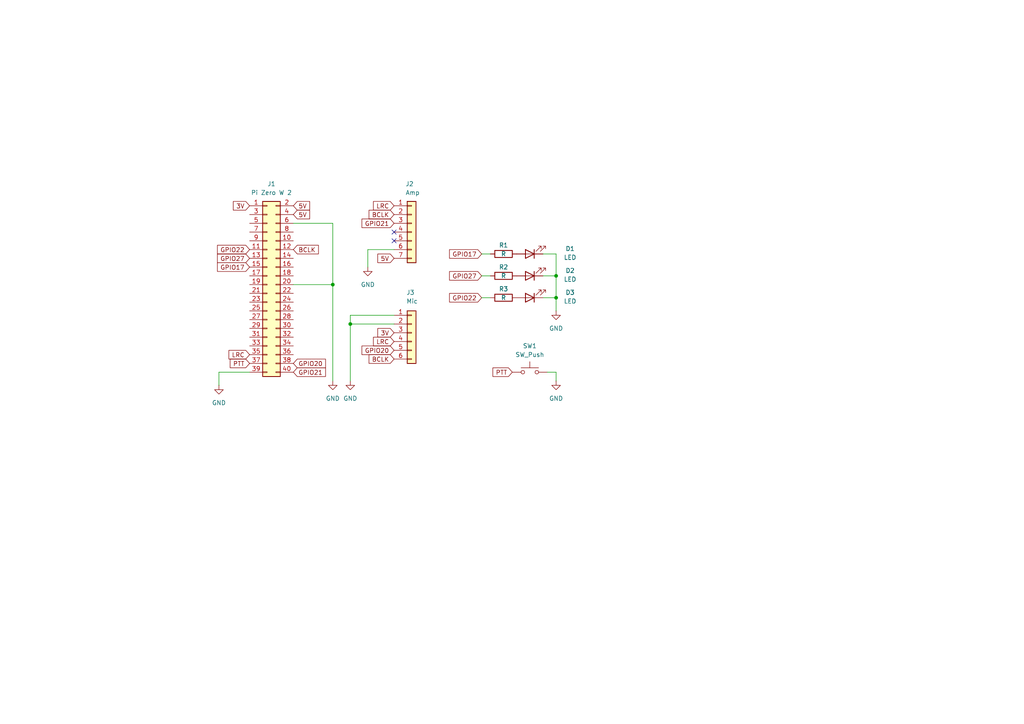
<source format=kicad_sch>
(kicad_sch
	(version 20231120)
	(generator "eeschema")
	(generator_version "8.0")
	(uuid "944ce9d9-90df-419b-9f09-370db4075cf6")
	(paper "A4")
	(lib_symbols
		(symbol "Connector_Generic:Conn_01x06"
			(pin_names
				(offset 1.016) hide)
			(exclude_from_sim no)
			(in_bom yes)
			(on_board yes)
			(property "Reference" "J"
				(at 0 7.62 0)
				(effects
					(font
						(size 1.27 1.27)
					)
				)
			)
			(property "Value" "Conn_01x06"
				(at 0 -10.16 0)
				(effects
					(font
						(size 1.27 1.27)
					)
				)
			)
			(property "Footprint" ""
				(at 0 0 0)
				(effects
					(font
						(size 1.27 1.27)
					)
					(hide yes)
				)
			)
			(property "Datasheet" "~"
				(at 0 0 0)
				(effects
					(font
						(size 1.27 1.27)
					)
					(hide yes)
				)
			)
			(property "Description" "Generic connector, single row, 01x06, script generated (kicad-library-utils/schlib/autogen/connector/)"
				(at 0 0 0)
				(effects
					(font
						(size 1.27 1.27)
					)
					(hide yes)
				)
			)
			(property "ki_keywords" "connector"
				(at 0 0 0)
				(effects
					(font
						(size 1.27 1.27)
					)
					(hide yes)
				)
			)
			(property "ki_fp_filters" "Connector*:*_1x??_*"
				(at 0 0 0)
				(effects
					(font
						(size 1.27 1.27)
					)
					(hide yes)
				)
			)
			(symbol "Conn_01x06_1_1"
				(rectangle
					(start -1.27 -7.493)
					(end 0 -7.747)
					(stroke
						(width 0.1524)
						(type default)
					)
					(fill
						(type none)
					)
				)
				(rectangle
					(start -1.27 -4.953)
					(end 0 -5.207)
					(stroke
						(width 0.1524)
						(type default)
					)
					(fill
						(type none)
					)
				)
				(rectangle
					(start -1.27 -2.413)
					(end 0 -2.667)
					(stroke
						(width 0.1524)
						(type default)
					)
					(fill
						(type none)
					)
				)
				(rectangle
					(start -1.27 0.127)
					(end 0 -0.127)
					(stroke
						(width 0.1524)
						(type default)
					)
					(fill
						(type none)
					)
				)
				(rectangle
					(start -1.27 2.667)
					(end 0 2.413)
					(stroke
						(width 0.1524)
						(type default)
					)
					(fill
						(type none)
					)
				)
				(rectangle
					(start -1.27 5.207)
					(end 0 4.953)
					(stroke
						(width 0.1524)
						(type default)
					)
					(fill
						(type none)
					)
				)
				(rectangle
					(start -1.27 6.35)
					(end 1.27 -8.89)
					(stroke
						(width 0.254)
						(type default)
					)
					(fill
						(type background)
					)
				)
				(pin passive line
					(at -5.08 5.08 0)
					(length 3.81)
					(name "Pin_1"
						(effects
							(font
								(size 1.27 1.27)
							)
						)
					)
					(number "1"
						(effects
							(font
								(size 1.27 1.27)
							)
						)
					)
				)
				(pin passive line
					(at -5.08 2.54 0)
					(length 3.81)
					(name "Pin_2"
						(effects
							(font
								(size 1.27 1.27)
							)
						)
					)
					(number "2"
						(effects
							(font
								(size 1.27 1.27)
							)
						)
					)
				)
				(pin passive line
					(at -5.08 0 0)
					(length 3.81)
					(name "Pin_3"
						(effects
							(font
								(size 1.27 1.27)
							)
						)
					)
					(number "3"
						(effects
							(font
								(size 1.27 1.27)
							)
						)
					)
				)
				(pin passive line
					(at -5.08 -2.54 0)
					(length 3.81)
					(name "Pin_4"
						(effects
							(font
								(size 1.27 1.27)
							)
						)
					)
					(number "4"
						(effects
							(font
								(size 1.27 1.27)
							)
						)
					)
				)
				(pin passive line
					(at -5.08 -5.08 0)
					(length 3.81)
					(name "Pin_5"
						(effects
							(font
								(size 1.27 1.27)
							)
						)
					)
					(number "5"
						(effects
							(font
								(size 1.27 1.27)
							)
						)
					)
				)
				(pin passive line
					(at -5.08 -7.62 0)
					(length 3.81)
					(name "Pin_6"
						(effects
							(font
								(size 1.27 1.27)
							)
						)
					)
					(number "6"
						(effects
							(font
								(size 1.27 1.27)
							)
						)
					)
				)
			)
		)
		(symbol "Connector_Generic:Conn_01x07"
			(pin_names
				(offset 1.016) hide)
			(exclude_from_sim no)
			(in_bom yes)
			(on_board yes)
			(property "Reference" "J"
				(at 0 10.16 0)
				(effects
					(font
						(size 1.27 1.27)
					)
				)
			)
			(property "Value" "Conn_01x07"
				(at 0 -10.16 0)
				(effects
					(font
						(size 1.27 1.27)
					)
				)
			)
			(property "Footprint" ""
				(at 0 0 0)
				(effects
					(font
						(size 1.27 1.27)
					)
					(hide yes)
				)
			)
			(property "Datasheet" "~"
				(at 0 0 0)
				(effects
					(font
						(size 1.27 1.27)
					)
					(hide yes)
				)
			)
			(property "Description" "Generic connector, single row, 01x07, script generated (kicad-library-utils/schlib/autogen/connector/)"
				(at 0 0 0)
				(effects
					(font
						(size 1.27 1.27)
					)
					(hide yes)
				)
			)
			(property "ki_keywords" "connector"
				(at 0 0 0)
				(effects
					(font
						(size 1.27 1.27)
					)
					(hide yes)
				)
			)
			(property "ki_fp_filters" "Connector*:*_1x??_*"
				(at 0 0 0)
				(effects
					(font
						(size 1.27 1.27)
					)
					(hide yes)
				)
			)
			(symbol "Conn_01x07_1_1"
				(rectangle
					(start -1.27 -7.493)
					(end 0 -7.747)
					(stroke
						(width 0.1524)
						(type default)
					)
					(fill
						(type none)
					)
				)
				(rectangle
					(start -1.27 -4.953)
					(end 0 -5.207)
					(stroke
						(width 0.1524)
						(type default)
					)
					(fill
						(type none)
					)
				)
				(rectangle
					(start -1.27 -2.413)
					(end 0 -2.667)
					(stroke
						(width 0.1524)
						(type default)
					)
					(fill
						(type none)
					)
				)
				(rectangle
					(start -1.27 0.127)
					(end 0 -0.127)
					(stroke
						(width 0.1524)
						(type default)
					)
					(fill
						(type none)
					)
				)
				(rectangle
					(start -1.27 2.667)
					(end 0 2.413)
					(stroke
						(width 0.1524)
						(type default)
					)
					(fill
						(type none)
					)
				)
				(rectangle
					(start -1.27 5.207)
					(end 0 4.953)
					(stroke
						(width 0.1524)
						(type default)
					)
					(fill
						(type none)
					)
				)
				(rectangle
					(start -1.27 7.747)
					(end 0 7.493)
					(stroke
						(width 0.1524)
						(type default)
					)
					(fill
						(type none)
					)
				)
				(rectangle
					(start -1.27 8.89)
					(end 1.27 -8.89)
					(stroke
						(width 0.254)
						(type default)
					)
					(fill
						(type background)
					)
				)
				(pin passive line
					(at -5.08 7.62 0)
					(length 3.81)
					(name "Pin_1"
						(effects
							(font
								(size 1.27 1.27)
							)
						)
					)
					(number "1"
						(effects
							(font
								(size 1.27 1.27)
							)
						)
					)
				)
				(pin passive line
					(at -5.08 5.08 0)
					(length 3.81)
					(name "Pin_2"
						(effects
							(font
								(size 1.27 1.27)
							)
						)
					)
					(number "2"
						(effects
							(font
								(size 1.27 1.27)
							)
						)
					)
				)
				(pin passive line
					(at -5.08 2.54 0)
					(length 3.81)
					(name "Pin_3"
						(effects
							(font
								(size 1.27 1.27)
							)
						)
					)
					(number "3"
						(effects
							(font
								(size 1.27 1.27)
							)
						)
					)
				)
				(pin passive line
					(at -5.08 0 0)
					(length 3.81)
					(name "Pin_4"
						(effects
							(font
								(size 1.27 1.27)
							)
						)
					)
					(number "4"
						(effects
							(font
								(size 1.27 1.27)
							)
						)
					)
				)
				(pin passive line
					(at -5.08 -2.54 0)
					(length 3.81)
					(name "Pin_5"
						(effects
							(font
								(size 1.27 1.27)
							)
						)
					)
					(number "5"
						(effects
							(font
								(size 1.27 1.27)
							)
						)
					)
				)
				(pin passive line
					(at -5.08 -5.08 0)
					(length 3.81)
					(name "Pin_6"
						(effects
							(font
								(size 1.27 1.27)
							)
						)
					)
					(number "6"
						(effects
							(font
								(size 1.27 1.27)
							)
						)
					)
				)
				(pin passive line
					(at -5.08 -7.62 0)
					(length 3.81)
					(name "Pin_7"
						(effects
							(font
								(size 1.27 1.27)
							)
						)
					)
					(number "7"
						(effects
							(font
								(size 1.27 1.27)
							)
						)
					)
				)
			)
		)
		(symbol "Connector_Generic:Conn_02x20_Odd_Even"
			(pin_names
				(offset 1.016) hide)
			(exclude_from_sim no)
			(in_bom yes)
			(on_board yes)
			(property "Reference" "J"
				(at 1.27 25.4 0)
				(effects
					(font
						(size 1.27 1.27)
					)
				)
			)
			(property "Value" "Conn_02x20_Odd_Even"
				(at 1.27 -27.94 0)
				(effects
					(font
						(size 1.27 1.27)
					)
				)
			)
			(property "Footprint" ""
				(at 0 0 0)
				(effects
					(font
						(size 1.27 1.27)
					)
					(hide yes)
				)
			)
			(property "Datasheet" "~"
				(at 0 0 0)
				(effects
					(font
						(size 1.27 1.27)
					)
					(hide yes)
				)
			)
			(property "Description" "Generic connector, double row, 02x20, odd/even pin numbering scheme (row 1 odd numbers, row 2 even numbers), script generated (kicad-library-utils/schlib/autogen/connector/)"
				(at 0 0 0)
				(effects
					(font
						(size 1.27 1.27)
					)
					(hide yes)
				)
			)
			(property "ki_keywords" "connector"
				(at 0 0 0)
				(effects
					(font
						(size 1.27 1.27)
					)
					(hide yes)
				)
			)
			(property "ki_fp_filters" "Connector*:*_2x??_*"
				(at 0 0 0)
				(effects
					(font
						(size 1.27 1.27)
					)
					(hide yes)
				)
			)
			(symbol "Conn_02x20_Odd_Even_1_1"
				(rectangle
					(start -1.27 -25.273)
					(end 0 -25.527)
					(stroke
						(width 0.1524)
						(type default)
					)
					(fill
						(type none)
					)
				)
				(rectangle
					(start -1.27 -22.733)
					(end 0 -22.987)
					(stroke
						(width 0.1524)
						(type default)
					)
					(fill
						(type none)
					)
				)
				(rectangle
					(start -1.27 -20.193)
					(end 0 -20.447)
					(stroke
						(width 0.1524)
						(type default)
					)
					(fill
						(type none)
					)
				)
				(rectangle
					(start -1.27 -17.653)
					(end 0 -17.907)
					(stroke
						(width 0.1524)
						(type default)
					)
					(fill
						(type none)
					)
				)
				(rectangle
					(start -1.27 -15.113)
					(end 0 -15.367)
					(stroke
						(width 0.1524)
						(type default)
					)
					(fill
						(type none)
					)
				)
				(rectangle
					(start -1.27 -12.573)
					(end 0 -12.827)
					(stroke
						(width 0.1524)
						(type default)
					)
					(fill
						(type none)
					)
				)
				(rectangle
					(start -1.27 -10.033)
					(end 0 -10.287)
					(stroke
						(width 0.1524)
						(type default)
					)
					(fill
						(type none)
					)
				)
				(rectangle
					(start -1.27 -7.493)
					(end 0 -7.747)
					(stroke
						(width 0.1524)
						(type default)
					)
					(fill
						(type none)
					)
				)
				(rectangle
					(start -1.27 -4.953)
					(end 0 -5.207)
					(stroke
						(width 0.1524)
						(type default)
					)
					(fill
						(type none)
					)
				)
				(rectangle
					(start -1.27 -2.413)
					(end 0 -2.667)
					(stroke
						(width 0.1524)
						(type default)
					)
					(fill
						(type none)
					)
				)
				(rectangle
					(start -1.27 0.127)
					(end 0 -0.127)
					(stroke
						(width 0.1524)
						(type default)
					)
					(fill
						(type none)
					)
				)
				(rectangle
					(start -1.27 2.667)
					(end 0 2.413)
					(stroke
						(width 0.1524)
						(type default)
					)
					(fill
						(type none)
					)
				)
				(rectangle
					(start -1.27 5.207)
					(end 0 4.953)
					(stroke
						(width 0.1524)
						(type default)
					)
					(fill
						(type none)
					)
				)
				(rectangle
					(start -1.27 7.747)
					(end 0 7.493)
					(stroke
						(width 0.1524)
						(type default)
					)
					(fill
						(type none)
					)
				)
				(rectangle
					(start -1.27 10.287)
					(end 0 10.033)
					(stroke
						(width 0.1524)
						(type default)
					)
					(fill
						(type none)
					)
				)
				(rectangle
					(start -1.27 12.827)
					(end 0 12.573)
					(stroke
						(width 0.1524)
						(type default)
					)
					(fill
						(type none)
					)
				)
				(rectangle
					(start -1.27 15.367)
					(end 0 15.113)
					(stroke
						(width 0.1524)
						(type default)
					)
					(fill
						(type none)
					)
				)
				(rectangle
					(start -1.27 17.907)
					(end 0 17.653)
					(stroke
						(width 0.1524)
						(type default)
					)
					(fill
						(type none)
					)
				)
				(rectangle
					(start -1.27 20.447)
					(end 0 20.193)
					(stroke
						(width 0.1524)
						(type default)
					)
					(fill
						(type none)
					)
				)
				(rectangle
					(start -1.27 22.987)
					(end 0 22.733)
					(stroke
						(width 0.1524)
						(type default)
					)
					(fill
						(type none)
					)
				)
				(rectangle
					(start -1.27 24.13)
					(end 3.81 -26.67)
					(stroke
						(width 0.254)
						(type default)
					)
					(fill
						(type background)
					)
				)
				(rectangle
					(start 3.81 -25.273)
					(end 2.54 -25.527)
					(stroke
						(width 0.1524)
						(type default)
					)
					(fill
						(type none)
					)
				)
				(rectangle
					(start 3.81 -22.733)
					(end 2.54 -22.987)
					(stroke
						(width 0.1524)
						(type default)
					)
					(fill
						(type none)
					)
				)
				(rectangle
					(start 3.81 -20.193)
					(end 2.54 -20.447)
					(stroke
						(width 0.1524)
						(type default)
					)
					(fill
						(type none)
					)
				)
				(rectangle
					(start 3.81 -17.653)
					(end 2.54 -17.907)
					(stroke
						(width 0.1524)
						(type default)
					)
					(fill
						(type none)
					)
				)
				(rectangle
					(start 3.81 -15.113)
					(end 2.54 -15.367)
					(stroke
						(width 0.1524)
						(type default)
					)
					(fill
						(type none)
					)
				)
				(rectangle
					(start 3.81 -12.573)
					(end 2.54 -12.827)
					(stroke
						(width 0.1524)
						(type default)
					)
					(fill
						(type none)
					)
				)
				(rectangle
					(start 3.81 -10.033)
					(end 2.54 -10.287)
					(stroke
						(width 0.1524)
						(type default)
					)
					(fill
						(type none)
					)
				)
				(rectangle
					(start 3.81 -7.493)
					(end 2.54 -7.747)
					(stroke
						(width 0.1524)
						(type default)
					)
					(fill
						(type none)
					)
				)
				(rectangle
					(start 3.81 -4.953)
					(end 2.54 -5.207)
					(stroke
						(width 0.1524)
						(type default)
					)
					(fill
						(type none)
					)
				)
				(rectangle
					(start 3.81 -2.413)
					(end 2.54 -2.667)
					(stroke
						(width 0.1524)
						(type default)
					)
					(fill
						(type none)
					)
				)
				(rectangle
					(start 3.81 0.127)
					(end 2.54 -0.127)
					(stroke
						(width 0.1524)
						(type default)
					)
					(fill
						(type none)
					)
				)
				(rectangle
					(start 3.81 2.667)
					(end 2.54 2.413)
					(stroke
						(width 0.1524)
						(type default)
					)
					(fill
						(type none)
					)
				)
				(rectangle
					(start 3.81 5.207)
					(end 2.54 4.953)
					(stroke
						(width 0.1524)
						(type default)
					)
					(fill
						(type none)
					)
				)
				(rectangle
					(start 3.81 7.747)
					(end 2.54 7.493)
					(stroke
						(width 0.1524)
						(type default)
					)
					(fill
						(type none)
					)
				)
				(rectangle
					(start 3.81 10.287)
					(end 2.54 10.033)
					(stroke
						(width 0.1524)
						(type default)
					)
					(fill
						(type none)
					)
				)
				(rectangle
					(start 3.81 12.827)
					(end 2.54 12.573)
					(stroke
						(width 0.1524)
						(type default)
					)
					(fill
						(type none)
					)
				)
				(rectangle
					(start 3.81 15.367)
					(end 2.54 15.113)
					(stroke
						(width 0.1524)
						(type default)
					)
					(fill
						(type none)
					)
				)
				(rectangle
					(start 3.81 17.907)
					(end 2.54 17.653)
					(stroke
						(width 0.1524)
						(type default)
					)
					(fill
						(type none)
					)
				)
				(rectangle
					(start 3.81 20.447)
					(end 2.54 20.193)
					(stroke
						(width 0.1524)
						(type default)
					)
					(fill
						(type none)
					)
				)
				(rectangle
					(start 3.81 22.987)
					(end 2.54 22.733)
					(stroke
						(width 0.1524)
						(type default)
					)
					(fill
						(type none)
					)
				)
				(pin passive line
					(at -5.08 22.86 0)
					(length 3.81)
					(name "Pin_1"
						(effects
							(font
								(size 1.27 1.27)
							)
						)
					)
					(number "1"
						(effects
							(font
								(size 1.27 1.27)
							)
						)
					)
				)
				(pin passive line
					(at 7.62 12.7 180)
					(length 3.81)
					(name "Pin_10"
						(effects
							(font
								(size 1.27 1.27)
							)
						)
					)
					(number "10"
						(effects
							(font
								(size 1.27 1.27)
							)
						)
					)
				)
				(pin passive line
					(at -5.08 10.16 0)
					(length 3.81)
					(name "Pin_11"
						(effects
							(font
								(size 1.27 1.27)
							)
						)
					)
					(number "11"
						(effects
							(font
								(size 1.27 1.27)
							)
						)
					)
				)
				(pin passive line
					(at 7.62 10.16 180)
					(length 3.81)
					(name "Pin_12"
						(effects
							(font
								(size 1.27 1.27)
							)
						)
					)
					(number "12"
						(effects
							(font
								(size 1.27 1.27)
							)
						)
					)
				)
				(pin passive line
					(at -5.08 7.62 0)
					(length 3.81)
					(name "Pin_13"
						(effects
							(font
								(size 1.27 1.27)
							)
						)
					)
					(number "13"
						(effects
							(font
								(size 1.27 1.27)
							)
						)
					)
				)
				(pin passive line
					(at 7.62 7.62 180)
					(length 3.81)
					(name "Pin_14"
						(effects
							(font
								(size 1.27 1.27)
							)
						)
					)
					(number "14"
						(effects
							(font
								(size 1.27 1.27)
							)
						)
					)
				)
				(pin passive line
					(at -5.08 5.08 0)
					(length 3.81)
					(name "Pin_15"
						(effects
							(font
								(size 1.27 1.27)
							)
						)
					)
					(number "15"
						(effects
							(font
								(size 1.27 1.27)
							)
						)
					)
				)
				(pin passive line
					(at 7.62 5.08 180)
					(length 3.81)
					(name "Pin_16"
						(effects
							(font
								(size 1.27 1.27)
							)
						)
					)
					(number "16"
						(effects
							(font
								(size 1.27 1.27)
							)
						)
					)
				)
				(pin passive line
					(at -5.08 2.54 0)
					(length 3.81)
					(name "Pin_17"
						(effects
							(font
								(size 1.27 1.27)
							)
						)
					)
					(number "17"
						(effects
							(font
								(size 1.27 1.27)
							)
						)
					)
				)
				(pin passive line
					(at 7.62 2.54 180)
					(length 3.81)
					(name "Pin_18"
						(effects
							(font
								(size 1.27 1.27)
							)
						)
					)
					(number "18"
						(effects
							(font
								(size 1.27 1.27)
							)
						)
					)
				)
				(pin passive line
					(at -5.08 0 0)
					(length 3.81)
					(name "Pin_19"
						(effects
							(font
								(size 1.27 1.27)
							)
						)
					)
					(number "19"
						(effects
							(font
								(size 1.27 1.27)
							)
						)
					)
				)
				(pin passive line
					(at 7.62 22.86 180)
					(length 3.81)
					(name "Pin_2"
						(effects
							(font
								(size 1.27 1.27)
							)
						)
					)
					(number "2"
						(effects
							(font
								(size 1.27 1.27)
							)
						)
					)
				)
				(pin passive line
					(at 7.62 0 180)
					(length 3.81)
					(name "Pin_20"
						(effects
							(font
								(size 1.27 1.27)
							)
						)
					)
					(number "20"
						(effects
							(font
								(size 1.27 1.27)
							)
						)
					)
				)
				(pin passive line
					(at -5.08 -2.54 0)
					(length 3.81)
					(name "Pin_21"
						(effects
							(font
								(size 1.27 1.27)
							)
						)
					)
					(number "21"
						(effects
							(font
								(size 1.27 1.27)
							)
						)
					)
				)
				(pin passive line
					(at 7.62 -2.54 180)
					(length 3.81)
					(name "Pin_22"
						(effects
							(font
								(size 1.27 1.27)
							)
						)
					)
					(number "22"
						(effects
							(font
								(size 1.27 1.27)
							)
						)
					)
				)
				(pin passive line
					(at -5.08 -5.08 0)
					(length 3.81)
					(name "Pin_23"
						(effects
							(font
								(size 1.27 1.27)
							)
						)
					)
					(number "23"
						(effects
							(font
								(size 1.27 1.27)
							)
						)
					)
				)
				(pin passive line
					(at 7.62 -5.08 180)
					(length 3.81)
					(name "Pin_24"
						(effects
							(font
								(size 1.27 1.27)
							)
						)
					)
					(number "24"
						(effects
							(font
								(size 1.27 1.27)
							)
						)
					)
				)
				(pin passive line
					(at -5.08 -7.62 0)
					(length 3.81)
					(name "Pin_25"
						(effects
							(font
								(size 1.27 1.27)
							)
						)
					)
					(number "25"
						(effects
							(font
								(size 1.27 1.27)
							)
						)
					)
				)
				(pin passive line
					(at 7.62 -7.62 180)
					(length 3.81)
					(name "Pin_26"
						(effects
							(font
								(size 1.27 1.27)
							)
						)
					)
					(number "26"
						(effects
							(font
								(size 1.27 1.27)
							)
						)
					)
				)
				(pin passive line
					(at -5.08 -10.16 0)
					(length 3.81)
					(name "Pin_27"
						(effects
							(font
								(size 1.27 1.27)
							)
						)
					)
					(number "27"
						(effects
							(font
								(size 1.27 1.27)
							)
						)
					)
				)
				(pin passive line
					(at 7.62 -10.16 180)
					(length 3.81)
					(name "Pin_28"
						(effects
							(font
								(size 1.27 1.27)
							)
						)
					)
					(number "28"
						(effects
							(font
								(size 1.27 1.27)
							)
						)
					)
				)
				(pin passive line
					(at -5.08 -12.7 0)
					(length 3.81)
					(name "Pin_29"
						(effects
							(font
								(size 1.27 1.27)
							)
						)
					)
					(number "29"
						(effects
							(font
								(size 1.27 1.27)
							)
						)
					)
				)
				(pin passive line
					(at -5.08 20.32 0)
					(length 3.81)
					(name "Pin_3"
						(effects
							(font
								(size 1.27 1.27)
							)
						)
					)
					(number "3"
						(effects
							(font
								(size 1.27 1.27)
							)
						)
					)
				)
				(pin passive line
					(at 7.62 -12.7 180)
					(length 3.81)
					(name "Pin_30"
						(effects
							(font
								(size 1.27 1.27)
							)
						)
					)
					(number "30"
						(effects
							(font
								(size 1.27 1.27)
							)
						)
					)
				)
				(pin passive line
					(at -5.08 -15.24 0)
					(length 3.81)
					(name "Pin_31"
						(effects
							(font
								(size 1.27 1.27)
							)
						)
					)
					(number "31"
						(effects
							(font
								(size 1.27 1.27)
							)
						)
					)
				)
				(pin passive line
					(at 7.62 -15.24 180)
					(length 3.81)
					(name "Pin_32"
						(effects
							(font
								(size 1.27 1.27)
							)
						)
					)
					(number "32"
						(effects
							(font
								(size 1.27 1.27)
							)
						)
					)
				)
				(pin passive line
					(at -5.08 -17.78 0)
					(length 3.81)
					(name "Pin_33"
						(effects
							(font
								(size 1.27 1.27)
							)
						)
					)
					(number "33"
						(effects
							(font
								(size 1.27 1.27)
							)
						)
					)
				)
				(pin passive line
					(at 7.62 -17.78 180)
					(length 3.81)
					(name "Pin_34"
						(effects
							(font
								(size 1.27 1.27)
							)
						)
					)
					(number "34"
						(effects
							(font
								(size 1.27 1.27)
							)
						)
					)
				)
				(pin passive line
					(at -5.08 -20.32 0)
					(length 3.81)
					(name "Pin_35"
						(effects
							(font
								(size 1.27 1.27)
							)
						)
					)
					(number "35"
						(effects
							(font
								(size 1.27 1.27)
							)
						)
					)
				)
				(pin passive line
					(at 7.62 -20.32 180)
					(length 3.81)
					(name "Pin_36"
						(effects
							(font
								(size 1.27 1.27)
							)
						)
					)
					(number "36"
						(effects
							(font
								(size 1.27 1.27)
							)
						)
					)
				)
				(pin passive line
					(at -5.08 -22.86 0)
					(length 3.81)
					(name "Pin_37"
						(effects
							(font
								(size 1.27 1.27)
							)
						)
					)
					(number "37"
						(effects
							(font
								(size 1.27 1.27)
							)
						)
					)
				)
				(pin passive line
					(at 7.62 -22.86 180)
					(length 3.81)
					(name "Pin_38"
						(effects
							(font
								(size 1.27 1.27)
							)
						)
					)
					(number "38"
						(effects
							(font
								(size 1.27 1.27)
							)
						)
					)
				)
				(pin passive line
					(at -5.08 -25.4 0)
					(length 3.81)
					(name "Pin_39"
						(effects
							(font
								(size 1.27 1.27)
							)
						)
					)
					(number "39"
						(effects
							(font
								(size 1.27 1.27)
							)
						)
					)
				)
				(pin passive line
					(at 7.62 20.32 180)
					(length 3.81)
					(name "Pin_4"
						(effects
							(font
								(size 1.27 1.27)
							)
						)
					)
					(number "4"
						(effects
							(font
								(size 1.27 1.27)
							)
						)
					)
				)
				(pin passive line
					(at 7.62 -25.4 180)
					(length 3.81)
					(name "Pin_40"
						(effects
							(font
								(size 1.27 1.27)
							)
						)
					)
					(number "40"
						(effects
							(font
								(size 1.27 1.27)
							)
						)
					)
				)
				(pin passive line
					(at -5.08 17.78 0)
					(length 3.81)
					(name "Pin_5"
						(effects
							(font
								(size 1.27 1.27)
							)
						)
					)
					(number "5"
						(effects
							(font
								(size 1.27 1.27)
							)
						)
					)
				)
				(pin passive line
					(at 7.62 17.78 180)
					(length 3.81)
					(name "Pin_6"
						(effects
							(font
								(size 1.27 1.27)
							)
						)
					)
					(number "6"
						(effects
							(font
								(size 1.27 1.27)
							)
						)
					)
				)
				(pin passive line
					(at -5.08 15.24 0)
					(length 3.81)
					(name "Pin_7"
						(effects
							(font
								(size 1.27 1.27)
							)
						)
					)
					(number "7"
						(effects
							(font
								(size 1.27 1.27)
							)
						)
					)
				)
				(pin passive line
					(at 7.62 15.24 180)
					(length 3.81)
					(name "Pin_8"
						(effects
							(font
								(size 1.27 1.27)
							)
						)
					)
					(number "8"
						(effects
							(font
								(size 1.27 1.27)
							)
						)
					)
				)
				(pin passive line
					(at -5.08 12.7 0)
					(length 3.81)
					(name "Pin_9"
						(effects
							(font
								(size 1.27 1.27)
							)
						)
					)
					(number "9"
						(effects
							(font
								(size 1.27 1.27)
							)
						)
					)
				)
			)
		)
		(symbol "Device:LED"
			(pin_numbers hide)
			(pin_names
				(offset 1.016) hide)
			(exclude_from_sim no)
			(in_bom yes)
			(on_board yes)
			(property "Reference" "D"
				(at 0 2.54 0)
				(effects
					(font
						(size 1.27 1.27)
					)
				)
			)
			(property "Value" "LED"
				(at 0 -2.54 0)
				(effects
					(font
						(size 1.27 1.27)
					)
				)
			)
			(property "Footprint" ""
				(at 0 0 0)
				(effects
					(font
						(size 1.27 1.27)
					)
					(hide yes)
				)
			)
			(property "Datasheet" "~"
				(at 0 0 0)
				(effects
					(font
						(size 1.27 1.27)
					)
					(hide yes)
				)
			)
			(property "Description" "Light emitting diode"
				(at 0 0 0)
				(effects
					(font
						(size 1.27 1.27)
					)
					(hide yes)
				)
			)
			(property "ki_keywords" "LED diode"
				(at 0 0 0)
				(effects
					(font
						(size 1.27 1.27)
					)
					(hide yes)
				)
			)
			(property "ki_fp_filters" "LED* LED_SMD:* LED_THT:*"
				(at 0 0 0)
				(effects
					(font
						(size 1.27 1.27)
					)
					(hide yes)
				)
			)
			(symbol "LED_0_1"
				(polyline
					(pts
						(xy -1.27 -1.27) (xy -1.27 1.27)
					)
					(stroke
						(width 0.254)
						(type default)
					)
					(fill
						(type none)
					)
				)
				(polyline
					(pts
						(xy -1.27 0) (xy 1.27 0)
					)
					(stroke
						(width 0)
						(type default)
					)
					(fill
						(type none)
					)
				)
				(polyline
					(pts
						(xy 1.27 -1.27) (xy 1.27 1.27) (xy -1.27 0) (xy 1.27 -1.27)
					)
					(stroke
						(width 0.254)
						(type default)
					)
					(fill
						(type none)
					)
				)
				(polyline
					(pts
						(xy -3.048 -0.762) (xy -4.572 -2.286) (xy -3.81 -2.286) (xy -4.572 -2.286) (xy -4.572 -1.524)
					)
					(stroke
						(width 0)
						(type default)
					)
					(fill
						(type none)
					)
				)
				(polyline
					(pts
						(xy -1.778 -0.762) (xy -3.302 -2.286) (xy -2.54 -2.286) (xy -3.302 -2.286) (xy -3.302 -1.524)
					)
					(stroke
						(width 0)
						(type default)
					)
					(fill
						(type none)
					)
				)
			)
			(symbol "LED_1_1"
				(pin passive line
					(at -3.81 0 0)
					(length 2.54)
					(name "K"
						(effects
							(font
								(size 1.27 1.27)
							)
						)
					)
					(number "1"
						(effects
							(font
								(size 1.27 1.27)
							)
						)
					)
				)
				(pin passive line
					(at 3.81 0 180)
					(length 2.54)
					(name "A"
						(effects
							(font
								(size 1.27 1.27)
							)
						)
					)
					(number "2"
						(effects
							(font
								(size 1.27 1.27)
							)
						)
					)
				)
			)
		)
		(symbol "Device:R"
			(pin_numbers hide)
			(pin_names
				(offset 0)
			)
			(exclude_from_sim no)
			(in_bom yes)
			(on_board yes)
			(property "Reference" "R"
				(at 2.032 0 90)
				(effects
					(font
						(size 1.27 1.27)
					)
				)
			)
			(property "Value" "R"
				(at 0 0 90)
				(effects
					(font
						(size 1.27 1.27)
					)
				)
			)
			(property "Footprint" ""
				(at -1.778 0 90)
				(effects
					(font
						(size 1.27 1.27)
					)
					(hide yes)
				)
			)
			(property "Datasheet" "~"
				(at 0 0 0)
				(effects
					(font
						(size 1.27 1.27)
					)
					(hide yes)
				)
			)
			(property "Description" "Resistor"
				(at 0 0 0)
				(effects
					(font
						(size 1.27 1.27)
					)
					(hide yes)
				)
			)
			(property "ki_keywords" "R res resistor"
				(at 0 0 0)
				(effects
					(font
						(size 1.27 1.27)
					)
					(hide yes)
				)
			)
			(property "ki_fp_filters" "R_*"
				(at 0 0 0)
				(effects
					(font
						(size 1.27 1.27)
					)
					(hide yes)
				)
			)
			(symbol "R_0_1"
				(rectangle
					(start -1.016 -2.54)
					(end 1.016 2.54)
					(stroke
						(width 0.254)
						(type default)
					)
					(fill
						(type none)
					)
				)
			)
			(symbol "R_1_1"
				(pin passive line
					(at 0 3.81 270)
					(length 1.27)
					(name "~"
						(effects
							(font
								(size 1.27 1.27)
							)
						)
					)
					(number "1"
						(effects
							(font
								(size 1.27 1.27)
							)
						)
					)
				)
				(pin passive line
					(at 0 -3.81 90)
					(length 1.27)
					(name "~"
						(effects
							(font
								(size 1.27 1.27)
							)
						)
					)
					(number "2"
						(effects
							(font
								(size 1.27 1.27)
							)
						)
					)
				)
			)
		)
		(symbol "Switch:SW_Push"
			(pin_numbers hide)
			(pin_names
				(offset 1.016) hide)
			(exclude_from_sim no)
			(in_bom yes)
			(on_board yes)
			(property "Reference" "SW"
				(at 1.27 2.54 0)
				(effects
					(font
						(size 1.27 1.27)
					)
					(justify left)
				)
			)
			(property "Value" "SW_Push"
				(at 0 -1.524 0)
				(effects
					(font
						(size 1.27 1.27)
					)
				)
			)
			(property "Footprint" ""
				(at 0 5.08 0)
				(effects
					(font
						(size 1.27 1.27)
					)
					(hide yes)
				)
			)
			(property "Datasheet" "~"
				(at 0 5.08 0)
				(effects
					(font
						(size 1.27 1.27)
					)
					(hide yes)
				)
			)
			(property "Description" "Push button switch, generic, two pins"
				(at 0 0 0)
				(effects
					(font
						(size 1.27 1.27)
					)
					(hide yes)
				)
			)
			(property "ki_keywords" "switch normally-open pushbutton push-button"
				(at 0 0 0)
				(effects
					(font
						(size 1.27 1.27)
					)
					(hide yes)
				)
			)
			(symbol "SW_Push_0_1"
				(circle
					(center -2.032 0)
					(radius 0.508)
					(stroke
						(width 0)
						(type default)
					)
					(fill
						(type none)
					)
				)
				(polyline
					(pts
						(xy 0 1.27) (xy 0 3.048)
					)
					(stroke
						(width 0)
						(type default)
					)
					(fill
						(type none)
					)
				)
				(polyline
					(pts
						(xy 2.54 1.27) (xy -2.54 1.27)
					)
					(stroke
						(width 0)
						(type default)
					)
					(fill
						(type none)
					)
				)
				(circle
					(center 2.032 0)
					(radius 0.508)
					(stroke
						(width 0)
						(type default)
					)
					(fill
						(type none)
					)
				)
				(pin passive line
					(at -5.08 0 0)
					(length 2.54)
					(name "1"
						(effects
							(font
								(size 1.27 1.27)
							)
						)
					)
					(number "1"
						(effects
							(font
								(size 1.27 1.27)
							)
						)
					)
				)
				(pin passive line
					(at 5.08 0 180)
					(length 2.54)
					(name "2"
						(effects
							(font
								(size 1.27 1.27)
							)
						)
					)
					(number "2"
						(effects
							(font
								(size 1.27 1.27)
							)
						)
					)
				)
			)
		)
		(symbol "power:GND"
			(power)
			(pin_numbers hide)
			(pin_names
				(offset 0) hide)
			(exclude_from_sim no)
			(in_bom yes)
			(on_board yes)
			(property "Reference" "#PWR"
				(at 0 -6.35 0)
				(effects
					(font
						(size 1.27 1.27)
					)
					(hide yes)
				)
			)
			(property "Value" "GND"
				(at 0 -3.81 0)
				(effects
					(font
						(size 1.27 1.27)
					)
				)
			)
			(property "Footprint" ""
				(at 0 0 0)
				(effects
					(font
						(size 1.27 1.27)
					)
					(hide yes)
				)
			)
			(property "Datasheet" ""
				(at 0 0 0)
				(effects
					(font
						(size 1.27 1.27)
					)
					(hide yes)
				)
			)
			(property "Description" "Power symbol creates a global label with name \"GND\" , ground"
				(at 0 0 0)
				(effects
					(font
						(size 1.27 1.27)
					)
					(hide yes)
				)
			)
			(property "ki_keywords" "global power"
				(at 0 0 0)
				(effects
					(font
						(size 1.27 1.27)
					)
					(hide yes)
				)
			)
			(symbol "GND_0_1"
				(polyline
					(pts
						(xy 0 0) (xy 0 -1.27) (xy 1.27 -1.27) (xy 0 -2.54) (xy -1.27 -1.27) (xy 0 -1.27)
					)
					(stroke
						(width 0)
						(type default)
					)
					(fill
						(type none)
					)
				)
			)
			(symbol "GND_1_1"
				(pin power_in line
					(at 0 0 270)
					(length 0)
					(name "~"
						(effects
							(font
								(size 1.27 1.27)
							)
						)
					)
					(number "1"
						(effects
							(font
								(size 1.27 1.27)
							)
						)
					)
				)
			)
		)
	)
	(junction
		(at 161.29 80.01)
		(diameter 0)
		(color 0 0 0 0)
		(uuid "04da738b-2e58-4328-b678-d436d039bf4e")
	)
	(junction
		(at 161.29 86.36)
		(diameter 0)
		(color 0 0 0 0)
		(uuid "1b222386-29aa-4d34-9328-ffd0e46a76da")
	)
	(junction
		(at 96.52 82.55)
		(diameter 0)
		(color 0 0 0 0)
		(uuid "411cb251-0038-4514-bee0-085dc1fbf254")
	)
	(junction
		(at 101.6 93.98)
		(diameter 0)
		(color 0 0 0 0)
		(uuid "d51e6879-77a9-42d8-87ea-179198874077")
	)
	(no_connect
		(at 114.3 67.31)
		(uuid "9ed29bd2-fdcd-468e-aa22-a1408f8084a8")
	)
	(no_connect
		(at 114.3 69.85)
		(uuid "d2c05183-08cd-4d4e-8a06-a3a2fb5defb7")
	)
	(wire
		(pts
			(xy 161.29 73.66) (xy 161.29 80.01)
		)
		(stroke
			(width 0)
			(type default)
		)
		(uuid "1602bed8-7e47-4f1e-ad88-ba96471da8be")
	)
	(wire
		(pts
			(xy 139.7 73.66) (xy 142.24 73.66)
		)
		(stroke
			(width 0)
			(type default)
		)
		(uuid "1cfc2457-1864-4e42-a949-a42279fb9601")
	)
	(wire
		(pts
			(xy 85.09 82.55) (xy 96.52 82.55)
		)
		(stroke
			(width 0)
			(type default)
		)
		(uuid "2a8ad43c-656d-4f8a-8264-61568960f69f")
	)
	(wire
		(pts
			(xy 139.7 86.36) (xy 142.24 86.36)
		)
		(stroke
			(width 0)
			(type default)
		)
		(uuid "348bf9be-ba9b-44cf-bb4a-3fa368da5fcc")
	)
	(wire
		(pts
			(xy 101.6 93.98) (xy 101.6 110.49)
		)
		(stroke
			(width 0)
			(type default)
		)
		(uuid "3db75293-23ac-4467-8e75-83ff68067e56")
	)
	(wire
		(pts
			(xy 157.48 80.01) (xy 161.29 80.01)
		)
		(stroke
			(width 0)
			(type default)
		)
		(uuid "40aaba8c-403e-4ba1-8206-4a22de6e6869")
	)
	(wire
		(pts
			(xy 161.29 86.36) (xy 161.29 90.17)
		)
		(stroke
			(width 0)
			(type default)
		)
		(uuid "4457d1e2-b1b3-4b7c-9b8d-d7650ff7d397")
	)
	(wire
		(pts
			(xy 157.48 86.36) (xy 161.29 86.36)
		)
		(stroke
			(width 0)
			(type default)
		)
		(uuid "446ef31e-f590-4cf2-a8b7-d849182adf2d")
	)
	(wire
		(pts
			(xy 96.52 82.55) (xy 96.52 110.49)
		)
		(stroke
			(width 0)
			(type default)
		)
		(uuid "46b235dd-45c4-4d16-862a-daa2990e152b")
	)
	(wire
		(pts
			(xy 158.75 107.95) (xy 161.29 107.95)
		)
		(stroke
			(width 0)
			(type default)
		)
		(uuid "5e25255e-1910-44cf-9062-3de262528e38")
	)
	(wire
		(pts
			(xy 139.7 80.01) (xy 142.24 80.01)
		)
		(stroke
			(width 0)
			(type default)
		)
		(uuid "9154f044-cd48-4daa-a413-73078a600224")
	)
	(wire
		(pts
			(xy 101.6 93.98) (xy 114.3 93.98)
		)
		(stroke
			(width 0)
			(type default)
		)
		(uuid "93b4d255-feaf-41be-8b51-699f64863226")
	)
	(wire
		(pts
			(xy 96.52 64.77) (xy 96.52 82.55)
		)
		(stroke
			(width 0)
			(type default)
		)
		(uuid "9e1ad543-0e6c-437f-9f29-6516f5ba6698")
	)
	(wire
		(pts
			(xy 114.3 91.44) (xy 101.6 91.44)
		)
		(stroke
			(width 0)
			(type default)
		)
		(uuid "a0c410bb-ad64-4919-8e0f-28aca5d8fc16")
	)
	(wire
		(pts
			(xy 161.29 80.01) (xy 161.29 86.36)
		)
		(stroke
			(width 0)
			(type default)
		)
		(uuid "b05ae73a-b1a9-482f-af36-0420f00e3bdc")
	)
	(wire
		(pts
			(xy 101.6 91.44) (xy 101.6 93.98)
		)
		(stroke
			(width 0)
			(type default)
		)
		(uuid "b48a591c-7d94-4888-b2dc-08afe872391e")
	)
	(wire
		(pts
			(xy 157.48 73.66) (xy 161.29 73.66)
		)
		(stroke
			(width 0)
			(type default)
		)
		(uuid "b547a02a-b613-437b-995b-b6fdd3c83195")
	)
	(wire
		(pts
			(xy 106.68 72.39) (xy 106.68 77.47)
		)
		(stroke
			(width 0)
			(type default)
		)
		(uuid "dce395d2-9cb0-4954-8a1f-e099441d8041")
	)
	(wire
		(pts
			(xy 85.09 64.77) (xy 96.52 64.77)
		)
		(stroke
			(width 0)
			(type default)
		)
		(uuid "e54b1c26-493a-462c-9ee1-f43730aed36f")
	)
	(wire
		(pts
			(xy 63.5 107.95) (xy 72.39 107.95)
		)
		(stroke
			(width 0)
			(type default)
		)
		(uuid "e78e5575-ec3e-4f44-a718-2dac25efeea8")
	)
	(wire
		(pts
			(xy 63.5 111.76) (xy 63.5 107.95)
		)
		(stroke
			(width 0)
			(type default)
		)
		(uuid "f22df413-3318-4959-8487-4f8aa48f3256")
	)
	(wire
		(pts
			(xy 114.3 72.39) (xy 106.68 72.39)
		)
		(stroke
			(width 0)
			(type default)
		)
		(uuid "f4b9a737-db09-469b-9ff0-e06f477d2a96")
	)
	(wire
		(pts
			(xy 161.29 107.95) (xy 161.29 110.49)
		)
		(stroke
			(width 0)
			(type default)
		)
		(uuid "f76d0d33-32cd-4b5b-b1e5-6262b3b8aebb")
	)
	(global_label "PTT"
		(shape input)
		(at 72.39 105.41 180)
		(fields_autoplaced yes)
		(effects
			(font
				(size 1.27 1.27)
			)
			(justify right)
		)
		(uuid "0f2179db-2358-4116-b421-6f3c53ea83a5")
		(property "Intersheetrefs" "${INTERSHEET_REFS}"
			(at 66.1996 105.41 0)
			(effects
				(font
					(size 1.27 1.27)
				)
				(justify right)
				(hide yes)
			)
		)
	)
	(global_label "3V"
		(shape input)
		(at 72.39 59.69 180)
		(fields_autoplaced yes)
		(effects
			(font
				(size 1.27 1.27)
			)
			(justify right)
		)
		(uuid "1588c6af-5431-4d8e-af2f-e2018bd22929")
		(property "Intersheetrefs" "${INTERSHEET_REFS}"
			(at 67.1067 59.69 0)
			(effects
				(font
					(size 1.27 1.27)
				)
				(justify right)
				(hide yes)
			)
		)
	)
	(global_label "3V"
		(shape input)
		(at 114.3 96.52 180)
		(fields_autoplaced yes)
		(effects
			(font
				(size 1.27 1.27)
			)
			(justify right)
		)
		(uuid "229c9654-cfe1-4169-bf04-e99f2408397e")
		(property "Intersheetrefs" "${INTERSHEET_REFS}"
			(at 109.0167 96.52 0)
			(effects
				(font
					(size 1.27 1.27)
				)
				(justify right)
				(hide yes)
			)
		)
	)
	(global_label "GPIO21"
		(shape input)
		(at 114.3 64.77 180)
		(fields_autoplaced yes)
		(effects
			(font
				(size 1.27 1.27)
			)
			(justify right)
		)
		(uuid "294ea8d8-7778-49b2-b8de-d48192d3e390")
		(property "Intersheetrefs" "${INTERSHEET_REFS}"
			(at 104.4205 64.77 0)
			(effects
				(font
					(size 1.27 1.27)
				)
				(justify right)
				(hide yes)
			)
		)
	)
	(global_label "LRC"
		(shape input)
		(at 72.39 102.87 180)
		(fields_autoplaced yes)
		(effects
			(font
				(size 1.27 1.27)
			)
			(justify right)
		)
		(uuid "395f0025-c008-4c2f-bc84-d1795d2fa0f7")
		(property "Intersheetrefs" "${INTERSHEET_REFS}"
			(at 65.8367 102.87 0)
			(effects
				(font
					(size 1.27 1.27)
				)
				(justify right)
				(hide yes)
			)
		)
	)
	(global_label "GPIO21"
		(shape input)
		(at 85.09 107.95 0)
		(fields_autoplaced yes)
		(effects
			(font
				(size 1.27 1.27)
			)
			(justify left)
		)
		(uuid "49ce39b4-49cb-454b-a720-f9b470889948")
		(property "Intersheetrefs" "${INTERSHEET_REFS}"
			(at 94.9695 107.95 0)
			(effects
				(font
					(size 1.27 1.27)
				)
				(justify left)
				(hide yes)
			)
		)
	)
	(global_label "GPIO20"
		(shape input)
		(at 85.09 105.41 0)
		(fields_autoplaced yes)
		(effects
			(font
				(size 1.27 1.27)
			)
			(justify left)
		)
		(uuid "515381f4-aad0-4e6c-ad85-f04c1f052804")
		(property "Intersheetrefs" "${INTERSHEET_REFS}"
			(at 94.9695 105.41 0)
			(effects
				(font
					(size 1.27 1.27)
				)
				(justify left)
				(hide yes)
			)
		)
	)
	(global_label "GPIO22"
		(shape input)
		(at 72.39 72.39 180)
		(fields_autoplaced yes)
		(effects
			(font
				(size 1.27 1.27)
			)
			(justify right)
		)
		(uuid "54f9f78d-ecdc-4d49-ae76-b88809907323")
		(property "Intersheetrefs" "${INTERSHEET_REFS}"
			(at 62.5105 72.39 0)
			(effects
				(font
					(size 1.27 1.27)
				)
				(justify right)
				(hide yes)
			)
		)
	)
	(global_label "LRC"
		(shape input)
		(at 114.3 59.69 180)
		(fields_autoplaced yes)
		(effects
			(font
				(size 1.27 1.27)
			)
			(justify right)
		)
		(uuid "56720ef4-a95c-459c-b960-672731704c3d")
		(property "Intersheetrefs" "${INTERSHEET_REFS}"
			(at 107.7467 59.69 0)
			(effects
				(font
					(size 1.27 1.27)
				)
				(justify right)
				(hide yes)
			)
		)
	)
	(global_label "GPIO27"
		(shape input)
		(at 72.39 74.93 180)
		(fields_autoplaced yes)
		(effects
			(font
				(size 1.27 1.27)
			)
			(justify right)
		)
		(uuid "5f4f22d1-e47e-4a04-a8d0-1d9441a412bf")
		(property "Intersheetrefs" "${INTERSHEET_REFS}"
			(at 62.5105 74.93 0)
			(effects
				(font
					(size 1.27 1.27)
				)
				(justify right)
				(hide yes)
			)
		)
	)
	(global_label "BCLK"
		(shape input)
		(at 114.3 104.14 180)
		(fields_autoplaced yes)
		(effects
			(font
				(size 1.27 1.27)
			)
			(justify right)
		)
		(uuid "653423b2-4540-4555-aac4-4f57e7071d2a")
		(property "Intersheetrefs" "${INTERSHEET_REFS}"
			(at 106.4767 104.14 0)
			(effects
				(font
					(size 1.27 1.27)
				)
				(justify right)
				(hide yes)
			)
		)
	)
	(global_label "LRC"
		(shape input)
		(at 114.3 99.06 180)
		(fields_autoplaced yes)
		(effects
			(font
				(size 1.27 1.27)
			)
			(justify right)
		)
		(uuid "6ca6a065-7072-44d1-9815-6a76decbbce7")
		(property "Intersheetrefs" "${INTERSHEET_REFS}"
			(at 107.7467 99.06 0)
			(effects
				(font
					(size 1.27 1.27)
				)
				(justify right)
				(hide yes)
			)
		)
	)
	(global_label "GPIO22"
		(shape input)
		(at 139.7 86.36 180)
		(fields_autoplaced yes)
		(effects
			(font
				(size 1.27 1.27)
			)
			(justify right)
		)
		(uuid "7837cad2-cdf5-4902-af5a-609262fe8b8f")
		(property "Intersheetrefs" "${INTERSHEET_REFS}"
			(at 129.8205 86.36 0)
			(effects
				(font
					(size 1.27 1.27)
				)
				(justify right)
				(hide yes)
			)
		)
	)
	(global_label "GPIO20"
		(shape input)
		(at 114.3 101.6 180)
		(fields_autoplaced yes)
		(effects
			(font
				(size 1.27 1.27)
			)
			(justify right)
		)
		(uuid "8149557c-6a94-4168-9f1c-800ccaa686ed")
		(property "Intersheetrefs" "${INTERSHEET_REFS}"
			(at 104.4205 101.6 0)
			(effects
				(font
					(size 1.27 1.27)
				)
				(justify right)
				(hide yes)
			)
		)
	)
	(global_label "GPIO27"
		(shape input)
		(at 139.7 80.01 180)
		(fields_autoplaced yes)
		(effects
			(font
				(size 1.27 1.27)
			)
			(justify right)
		)
		(uuid "891fe970-0d6a-4043-98c6-a9a756a0f553")
		(property "Intersheetrefs" "${INTERSHEET_REFS}"
			(at 129.8205 80.01 0)
			(effects
				(font
					(size 1.27 1.27)
				)
				(justify right)
				(hide yes)
			)
		)
	)
	(global_label "5V"
		(shape input)
		(at 114.3 74.93 180)
		(fields_autoplaced yes)
		(effects
			(font
				(size 1.27 1.27)
			)
			(justify right)
		)
		(uuid "97c92d10-5fbc-422b-ba03-8b44aae31c3b")
		(property "Intersheetrefs" "${INTERSHEET_REFS}"
			(at 109.0167 74.93 0)
			(effects
				(font
					(size 1.27 1.27)
				)
				(justify right)
				(hide yes)
			)
		)
	)
	(global_label "BCLK"
		(shape input)
		(at 85.09 72.39 0)
		(fields_autoplaced yes)
		(effects
			(font
				(size 1.27 1.27)
			)
			(justify left)
		)
		(uuid "a5b78ae7-54f1-462b-8d60-a61debc6b752")
		(property "Intersheetrefs" "${INTERSHEET_REFS}"
			(at 92.9133 72.39 0)
			(effects
				(font
					(size 1.27 1.27)
				)
				(justify left)
				(hide yes)
			)
		)
	)
	(global_label "GPIO17"
		(shape input)
		(at 139.7 73.66 180)
		(fields_autoplaced yes)
		(effects
			(font
				(size 1.27 1.27)
			)
			(justify right)
		)
		(uuid "afd3afff-6105-4c03-b5df-028f6b75f912")
		(property "Intersheetrefs" "${INTERSHEET_REFS}"
			(at 129.8205 73.66 0)
			(effects
				(font
					(size 1.27 1.27)
				)
				(justify right)
				(hide yes)
			)
		)
	)
	(global_label "PTT"
		(shape input)
		(at 148.59 107.95 180)
		(fields_autoplaced yes)
		(effects
			(font
				(size 1.27 1.27)
			)
			(justify right)
		)
		(uuid "c3ed85ba-9188-4afe-b3ad-9a873caf2a13")
		(property "Intersheetrefs" "${INTERSHEET_REFS}"
			(at 142.3996 107.95 0)
			(effects
				(font
					(size 1.27 1.27)
				)
				(justify right)
				(hide yes)
			)
		)
	)
	(global_label "5V"
		(shape input)
		(at 85.09 62.23 0)
		(fields_autoplaced yes)
		(effects
			(font
				(size 1.27 1.27)
			)
			(justify left)
		)
		(uuid "cfd312d6-d945-4a75-b188-b81ecf2893f5")
		(property "Intersheetrefs" "${INTERSHEET_REFS}"
			(at 90.3733 62.23 0)
			(effects
				(font
					(size 1.27 1.27)
				)
				(justify left)
				(hide yes)
			)
		)
	)
	(global_label "GPIO17"
		(shape input)
		(at 72.39 77.47 180)
		(fields_autoplaced yes)
		(effects
			(font
				(size 1.27 1.27)
			)
			(justify right)
		)
		(uuid "dd57bb36-af5c-42ed-98e8-f511f19da7c0")
		(property "Intersheetrefs" "${INTERSHEET_REFS}"
			(at 62.5105 77.47 0)
			(effects
				(font
					(size 1.27 1.27)
				)
				(justify right)
				(hide yes)
			)
		)
	)
	(global_label "BCLK"
		(shape input)
		(at 114.3 62.23 180)
		(fields_autoplaced yes)
		(effects
			(font
				(size 1.27 1.27)
			)
			(justify right)
		)
		(uuid "e739215c-640e-4125-b899-97f89e1dc8bc")
		(property "Intersheetrefs" "${INTERSHEET_REFS}"
			(at 106.4767 62.23 0)
			(effects
				(font
					(size 1.27 1.27)
				)
				(justify right)
				(hide yes)
			)
		)
	)
	(global_label "5V"
		(shape input)
		(at 85.09 59.69 0)
		(fields_autoplaced yes)
		(effects
			(font
				(size 1.27 1.27)
			)
			(justify left)
		)
		(uuid "ec92b525-ba55-4bdd-a977-3359795b7983")
		(property "Intersheetrefs" "${INTERSHEET_REFS}"
			(at 90.3733 59.69 0)
			(effects
				(font
					(size 1.27 1.27)
				)
				(justify left)
				(hide yes)
			)
		)
	)
	(symbol
		(lib_id "power:GND")
		(at 161.29 90.17 0)
		(unit 1)
		(exclude_from_sim no)
		(in_bom yes)
		(on_board yes)
		(dnp no)
		(fields_autoplaced yes)
		(uuid "0bc9fa2a-8c17-4cee-b13b-ffb670ab2036")
		(property "Reference" "#PWR06"
			(at 161.29 96.52 0)
			(effects
				(font
					(size 1.27 1.27)
				)
				(hide yes)
			)
		)
		(property "Value" "GND"
			(at 161.29 95.25 0)
			(effects
				(font
					(size 1.27 1.27)
				)
			)
		)
		(property "Footprint" ""
			(at 161.29 90.17 0)
			(effects
				(font
					(size 1.27 1.27)
				)
				(hide yes)
			)
		)
		(property "Datasheet" ""
			(at 161.29 90.17 0)
			(effects
				(font
					(size 1.27 1.27)
				)
				(hide yes)
			)
		)
		(property "Description" "Power symbol creates a global label with name \"GND\" , ground"
			(at 161.29 90.17 0)
			(effects
				(font
					(size 1.27 1.27)
				)
				(hide yes)
			)
		)
		(pin "1"
			(uuid "ff6756a2-90aa-4d52-b982-9650e4fcc421")
		)
		(instances
			(project "ChatterBox"
				(path "/944ce9d9-90df-419b-9f09-370db4075cf6"
					(reference "#PWR06")
					(unit 1)
				)
			)
		)
	)
	(symbol
		(lib_id "Connector_Generic:Conn_02x20_Odd_Even")
		(at 77.47 82.55 0)
		(unit 1)
		(exclude_from_sim no)
		(in_bom yes)
		(on_board yes)
		(dnp no)
		(fields_autoplaced yes)
		(uuid "216db8e9-bf0e-4375-bde9-8c5fa2fcbf45")
		(property "Reference" "J1"
			(at 78.74 53.34 0)
			(effects
				(font
					(size 1.27 1.27)
				)
			)
		)
		(property "Value" "Pi Zero W 2"
			(at 78.74 55.88 0)
			(effects
				(font
					(size 1.27 1.27)
				)
			)
		)
		(property "Footprint" "CCHS:Pi Zero W 2"
			(at 77.47 82.55 0)
			(effects
				(font
					(size 1.27 1.27)
				)
				(hide yes)
			)
		)
		(property "Datasheet" "~"
			(at 77.47 82.55 0)
			(effects
				(font
					(size 1.27 1.27)
				)
				(hide yes)
			)
		)
		(property "Description" "Generic connector, double row, 02x20, odd/even pin numbering scheme (row 1 odd numbers, row 2 even numbers), script generated (kicad-library-utils/schlib/autogen/connector/)"
			(at 77.47 82.55 0)
			(effects
				(font
					(size 1.27 1.27)
				)
				(hide yes)
			)
		)
		(pin "18"
			(uuid "e47f1a9d-c4b9-4e9b-95aa-8bce89452544")
		)
		(pin "19"
			(uuid "2b9e6812-6be2-4aba-9187-a8d0fd679413")
		)
		(pin "1"
			(uuid "ee9281ee-682c-4731-b2e1-dcf7b8b9194f")
		)
		(pin "14"
			(uuid "d7056145-65ca-44f5-8a4f-5fc158430f87")
		)
		(pin "16"
			(uuid "1fcbb72f-db84-4f83-b750-506be027eb0e")
		)
		(pin "13"
			(uuid "b9c92247-9312-467d-8cb5-b2b1e1a4ef8c")
		)
		(pin "2"
			(uuid "bc232f75-17cf-4962-abb8-5a0f12581035")
		)
		(pin "20"
			(uuid "2bb2fc25-d77d-46ac-a827-e3e0e0d7807e")
		)
		(pin "21"
			(uuid "26afe2a0-5e28-46c4-b9fa-ff8d0c0cb252")
		)
		(pin "10"
			(uuid "d8dc796d-d45a-4c5e-b814-069cad9608ad")
		)
		(pin "11"
			(uuid "a22be776-32c6-4ac3-b47d-842f77bab99c")
		)
		(pin "15"
			(uuid "4556dc9d-8674-4d0c-a8f1-eac5f3592fbe")
		)
		(pin "12"
			(uuid "2c848743-986b-4214-a746-715707bd0765")
		)
		(pin "17"
			(uuid "4643763a-ddcc-43b0-98f2-7c9a506961ca")
		)
		(pin "32"
			(uuid "92a6dd87-84c4-46dc-bfe3-b796452a639c")
		)
		(pin "31"
			(uuid "6fce0c71-f7b2-40db-94bd-e567ee69a883")
		)
		(pin "38"
			(uuid "babbd6e6-821d-4bd9-a172-45680fac2570")
		)
		(pin "23"
			(uuid "7b77307c-35e3-4f73-8313-f42e8316b6f7")
		)
		(pin "29"
			(uuid "61b944c3-c677-4621-8c31-f58dd6fe03a5")
		)
		(pin "33"
			(uuid "170cd940-97ea-438e-8853-b9178394e631")
		)
		(pin "28"
			(uuid "bd6c301f-6fce-4078-9bad-622886506d01")
		)
		(pin "40"
			(uuid "787f3b77-c32e-431e-a0b7-f53bde53f73c")
		)
		(pin "27"
			(uuid "ee34ccc7-46dc-4037-9d7a-1d9cd62f35d0")
		)
		(pin "4"
			(uuid "96054c73-74d2-4309-a362-2502c26917fa")
		)
		(pin "36"
			(uuid "9875e9d8-7219-4129-ae0b-64c5c63dc844")
		)
		(pin "5"
			(uuid "c2a54231-6726-4316-b377-c7512156b76d")
		)
		(pin "22"
			(uuid "5710b043-5241-4fca-b558-26e563eff5fb")
		)
		(pin "8"
			(uuid "9d6d3dd3-6195-4a1a-8423-e9eb73f5ef0e")
		)
		(pin "3"
			(uuid "8fb08a7f-2e77-4dad-8d42-9239b124383b")
		)
		(pin "37"
			(uuid "90a08fc1-c98e-46d4-91fd-dbfc6e19c5c8")
		)
		(pin "25"
			(uuid "f46c3da8-2c56-43cd-aa5a-7783e8cd8997")
		)
		(pin "35"
			(uuid "5a368090-fe42-4b4f-af67-51bd85d95256")
		)
		(pin "9"
			(uuid "ae7686b4-3a15-4744-8913-27008326a874")
		)
		(pin "6"
			(uuid "7a9823b2-b70a-446d-9e76-c5b3adee1dad")
		)
		(pin "39"
			(uuid "bb63b895-ba2b-44dd-91ea-5b976ab71050")
		)
		(pin "24"
			(uuid "20ee478b-3de9-44b3-82c0-96a936c680f9")
		)
		(pin "30"
			(uuid "ac90dc74-20eb-4bdf-bc6a-d1692227cfcf")
		)
		(pin "7"
			(uuid "782a920b-5b08-476c-ac95-4eb2b7e441e4")
		)
		(pin "26"
			(uuid "7feb86ce-f169-4def-8abe-634d593e7635")
		)
		(pin "34"
			(uuid "d61bc64f-a163-474e-bbcc-74e4633a22ba")
		)
		(instances
			(project "ChatterBox"
				(path "/944ce9d9-90df-419b-9f09-370db4075cf6"
					(reference "J1")
					(unit 1)
				)
			)
		)
	)
	(symbol
		(lib_id "Switch:SW_Push")
		(at 153.67 107.95 0)
		(unit 1)
		(exclude_from_sim no)
		(in_bom yes)
		(on_board yes)
		(dnp no)
		(fields_autoplaced yes)
		(uuid "27f86492-50b0-494b-9e87-3e848ba657a5")
		(property "Reference" "SW1"
			(at 153.67 100.33 0)
			(effects
				(font
					(size 1.27 1.27)
				)
			)
		)
		(property "Value" "SW_Push"
			(at 153.67 102.87 0)
			(effects
				(font
					(size 1.27 1.27)
				)
			)
		)
		(property "Footprint" "CCHS:Kailh Choc V2 - Arcade Button"
			(at 153.67 102.87 0)
			(effects
				(font
					(size 1.27 1.27)
				)
				(hide yes)
			)
		)
		(property "Datasheet" "~"
			(at 153.67 102.87 0)
			(effects
				(font
					(size 1.27 1.27)
				)
				(hide yes)
			)
		)
		(property "Description" "Push button switch, generic, two pins"
			(at 153.67 107.95 0)
			(effects
				(font
					(size 1.27 1.27)
				)
				(hide yes)
			)
		)
		(pin "2"
			(uuid "a86b7069-680f-4769-b86e-95bbaa353d39")
		)
		(pin "1"
			(uuid "e247c978-7bf6-4778-88c4-5ff2cd692bf0")
		)
		(instances
			(project "ChatterBox"
				(path "/944ce9d9-90df-419b-9f09-370db4075cf6"
					(reference "SW1")
					(unit 1)
				)
			)
		)
	)
	(symbol
		(lib_id "Device:LED")
		(at 153.67 73.66 180)
		(unit 1)
		(exclude_from_sim no)
		(in_bom yes)
		(on_board yes)
		(dnp no)
		(uuid "3383506f-86c0-4e76-a48b-1396be7ad845")
		(property "Reference" "D1"
			(at 165.354 72.136 0)
			(effects
				(font
					(size 1.27 1.27)
				)
			)
		)
		(property "Value" "LED"
			(at 165.354 74.676 0)
			(effects
				(font
					(size 1.27 1.27)
				)
			)
		)
		(property "Footprint" "CCHS:LED_D5.0mm"
			(at 153.67 73.66 0)
			(effects
				(font
					(size 1.27 1.27)
				)
				(hide yes)
			)
		)
		(property "Datasheet" "~"
			(at 153.67 73.66 0)
			(effects
				(font
					(size 1.27 1.27)
				)
				(hide yes)
			)
		)
		(property "Description" "Light emitting diode"
			(at 153.67 73.66 0)
			(effects
				(font
					(size 1.27 1.27)
				)
				(hide yes)
			)
		)
		(pin "1"
			(uuid "481cc0fc-5d47-4776-8192-f6ba6b2cd614")
		)
		(pin "2"
			(uuid "297db2e8-084a-4084-8e3d-91957723e788")
		)
		(instances
			(project ""
				(path "/944ce9d9-90df-419b-9f09-370db4075cf6"
					(reference "D1")
					(unit 1)
				)
			)
		)
	)
	(symbol
		(lib_id "Device:R")
		(at 146.05 73.66 90)
		(unit 1)
		(exclude_from_sim no)
		(in_bom yes)
		(on_board yes)
		(dnp no)
		(uuid "68296a48-54e7-46f1-a2e6-a4df66028d87")
		(property "Reference" "R1"
			(at 146.05 71.12 90)
			(effects
				(font
					(size 1.27 1.27)
				)
			)
		)
		(property "Value" "R"
			(at 146.05 73.66 90)
			(effects
				(font
					(size 1.27 1.27)
				)
			)
		)
		(property "Footprint" "CCHS:R_L6.3mm_D2.5mm_P7.62mm"
			(at 146.05 75.438 90)
			(effects
				(font
					(size 1.27 1.27)
				)
				(hide yes)
			)
		)
		(property "Datasheet" "~"
			(at 146.05 73.66 0)
			(effects
				(font
					(size 1.27 1.27)
				)
				(hide yes)
			)
		)
		(property "Description" "Resistor"
			(at 146.05 73.66 0)
			(effects
				(font
					(size 1.27 1.27)
				)
				(hide yes)
			)
		)
		(pin "1"
			(uuid "9f3db0c3-0a89-48d4-afb7-3f7f4d4bdba6")
		)
		(pin "2"
			(uuid "0d44cf8f-b298-4bc4-8918-f0b2a46c84fe")
		)
		(instances
			(project ""
				(path "/944ce9d9-90df-419b-9f09-370db4075cf6"
					(reference "R1")
					(unit 1)
				)
			)
		)
	)
	(symbol
		(lib_id "power:GND")
		(at 96.52 110.49 0)
		(unit 1)
		(exclude_from_sim no)
		(in_bom yes)
		(on_board yes)
		(dnp no)
		(fields_autoplaced yes)
		(uuid "6d14a5c4-09a9-45cd-bed8-3381cef3ed48")
		(property "Reference" "#PWR01"
			(at 96.52 116.84 0)
			(effects
				(font
					(size 1.27 1.27)
				)
				(hide yes)
			)
		)
		(property "Value" "GND"
			(at 96.52 115.57 0)
			(effects
				(font
					(size 1.27 1.27)
				)
			)
		)
		(property "Footprint" ""
			(at 96.52 110.49 0)
			(effects
				(font
					(size 1.27 1.27)
				)
				(hide yes)
			)
		)
		(property "Datasheet" ""
			(at 96.52 110.49 0)
			(effects
				(font
					(size 1.27 1.27)
				)
				(hide yes)
			)
		)
		(property "Description" "Power symbol creates a global label with name \"GND\" , ground"
			(at 96.52 110.49 0)
			(effects
				(font
					(size 1.27 1.27)
				)
				(hide yes)
			)
		)
		(pin "1"
			(uuid "a6fc051a-4cc8-49cb-a48b-c946a16a9f30")
		)
		(instances
			(project "ChatterBox"
				(path "/944ce9d9-90df-419b-9f09-370db4075cf6"
					(reference "#PWR01")
					(unit 1)
				)
			)
		)
	)
	(symbol
		(lib_id "power:GND")
		(at 106.68 77.47 0)
		(unit 1)
		(exclude_from_sim no)
		(in_bom yes)
		(on_board yes)
		(dnp no)
		(fields_autoplaced yes)
		(uuid "6e045aac-90b7-49fe-b1a7-b9f074001e38")
		(property "Reference" "#PWR02"
			(at 106.68 83.82 0)
			(effects
				(font
					(size 1.27 1.27)
				)
				(hide yes)
			)
		)
		(property "Value" "GND"
			(at 106.68 82.55 0)
			(effects
				(font
					(size 1.27 1.27)
				)
			)
		)
		(property "Footprint" ""
			(at 106.68 77.47 0)
			(effects
				(font
					(size 1.27 1.27)
				)
				(hide yes)
			)
		)
		(property "Datasheet" ""
			(at 106.68 77.47 0)
			(effects
				(font
					(size 1.27 1.27)
				)
				(hide yes)
			)
		)
		(property "Description" "Power symbol creates a global label with name \"GND\" , ground"
			(at 106.68 77.47 0)
			(effects
				(font
					(size 1.27 1.27)
				)
				(hide yes)
			)
		)
		(pin "1"
			(uuid "3e527608-84f8-47a7-9929-596ca0bc17b6")
		)
		(instances
			(project "ChatterBox"
				(path "/944ce9d9-90df-419b-9f09-370db4075cf6"
					(reference "#PWR02")
					(unit 1)
				)
			)
		)
	)
	(symbol
		(lib_id "Device:LED")
		(at 153.67 80.01 180)
		(unit 1)
		(exclude_from_sim no)
		(in_bom yes)
		(on_board yes)
		(dnp no)
		(uuid "782f96c2-e4ba-4cdb-bba9-73eb3496369b")
		(property "Reference" "D2"
			(at 165.354 78.486 0)
			(effects
				(font
					(size 1.27 1.27)
				)
			)
		)
		(property "Value" "LED"
			(at 165.354 81.026 0)
			(effects
				(font
					(size 1.27 1.27)
				)
			)
		)
		(property "Footprint" "CCHS:LED_D5.0mm"
			(at 153.67 80.01 0)
			(effects
				(font
					(size 1.27 1.27)
				)
				(hide yes)
			)
		)
		(property "Datasheet" "~"
			(at 153.67 80.01 0)
			(effects
				(font
					(size 1.27 1.27)
				)
				(hide yes)
			)
		)
		(property "Description" "Light emitting diode"
			(at 153.67 80.01 0)
			(effects
				(font
					(size 1.27 1.27)
				)
				(hide yes)
			)
		)
		(pin "1"
			(uuid "58d121fe-800f-4040-a887-8dc60d5b4114")
		)
		(pin "2"
			(uuid "0c8b08ad-4b00-4b2a-9b09-56c5f7f5ab38")
		)
		(instances
			(project "ChatterBox"
				(path "/944ce9d9-90df-419b-9f09-370db4075cf6"
					(reference "D2")
					(unit 1)
				)
			)
		)
	)
	(symbol
		(lib_id "Device:LED")
		(at 153.67 86.36 180)
		(unit 1)
		(exclude_from_sim no)
		(in_bom yes)
		(on_board yes)
		(dnp no)
		(uuid "8240089d-9636-45fe-9cba-19c011d3ec63")
		(property "Reference" "D3"
			(at 165.354 84.836 0)
			(effects
				(font
					(size 1.27 1.27)
				)
			)
		)
		(property "Value" "LED"
			(at 165.354 87.376 0)
			(effects
				(font
					(size 1.27 1.27)
				)
			)
		)
		(property "Footprint" "CCHS:LED_D5.0mm"
			(at 153.67 86.36 0)
			(effects
				(font
					(size 1.27 1.27)
				)
				(hide yes)
			)
		)
		(property "Datasheet" "~"
			(at 153.67 86.36 0)
			(effects
				(font
					(size 1.27 1.27)
				)
				(hide yes)
			)
		)
		(property "Description" "Light emitting diode"
			(at 153.67 86.36 0)
			(effects
				(font
					(size 1.27 1.27)
				)
				(hide yes)
			)
		)
		(pin "1"
			(uuid "9c4d4908-3153-4d0c-a4fe-6d477da9198a")
		)
		(pin "2"
			(uuid "81b851ff-3a30-468a-9d3a-8a3124dccca4")
		)
		(instances
			(project "ChatterBox"
				(path "/944ce9d9-90df-419b-9f09-370db4075cf6"
					(reference "D3")
					(unit 1)
				)
			)
		)
	)
	(symbol
		(lib_id "Device:R")
		(at 146.05 86.36 90)
		(unit 1)
		(exclude_from_sim no)
		(in_bom yes)
		(on_board yes)
		(dnp no)
		(uuid "93d7893f-5c63-4cb3-abd6-3aa0d3b84907")
		(property "Reference" "R3"
			(at 146.05 83.82 90)
			(effects
				(font
					(size 1.27 1.27)
				)
			)
		)
		(property "Value" "R"
			(at 146.05 86.36 90)
			(effects
				(font
					(size 1.27 1.27)
				)
			)
		)
		(property "Footprint" "CCHS:R_L6.3mm_D2.5mm_P7.62mm"
			(at 146.05 88.138 90)
			(effects
				(font
					(size 1.27 1.27)
				)
				(hide yes)
			)
		)
		(property "Datasheet" "~"
			(at 146.05 86.36 0)
			(effects
				(font
					(size 1.27 1.27)
				)
				(hide yes)
			)
		)
		(property "Description" "Resistor"
			(at 146.05 86.36 0)
			(effects
				(font
					(size 1.27 1.27)
				)
				(hide yes)
			)
		)
		(pin "1"
			(uuid "cdf69a7d-275b-4ba2-a640-5f77651067a2")
		)
		(pin "2"
			(uuid "8e861a34-7446-4d0a-8447-aa6b2990eceb")
		)
		(instances
			(project "ChatterBox"
				(path "/944ce9d9-90df-419b-9f09-370db4075cf6"
					(reference "R3")
					(unit 1)
				)
			)
		)
	)
	(symbol
		(lib_id "power:GND")
		(at 101.6 110.49 0)
		(unit 1)
		(exclude_from_sim no)
		(in_bom yes)
		(on_board yes)
		(dnp no)
		(fields_autoplaced yes)
		(uuid "9da72d83-1a04-4b94-b493-1ac9f5881743")
		(property "Reference" "#PWR03"
			(at 101.6 116.84 0)
			(effects
				(font
					(size 1.27 1.27)
				)
				(hide yes)
			)
		)
		(property "Value" "GND"
			(at 101.6 115.57 0)
			(effects
				(font
					(size 1.27 1.27)
				)
			)
		)
		(property "Footprint" ""
			(at 101.6 110.49 0)
			(effects
				(font
					(size 1.27 1.27)
				)
				(hide yes)
			)
		)
		(property "Datasheet" ""
			(at 101.6 110.49 0)
			(effects
				(font
					(size 1.27 1.27)
				)
				(hide yes)
			)
		)
		(property "Description" "Power symbol creates a global label with name \"GND\" , ground"
			(at 101.6 110.49 0)
			(effects
				(font
					(size 1.27 1.27)
				)
				(hide yes)
			)
		)
		(pin "1"
			(uuid "e8e029be-3a01-4529-8348-bb48fbda54e0")
		)
		(instances
			(project "ChatterBox"
				(path "/944ce9d9-90df-419b-9f09-370db4075cf6"
					(reference "#PWR03")
					(unit 1)
				)
			)
		)
	)
	(symbol
		(lib_id "Connector_Generic:Conn_01x06")
		(at 119.38 96.52 0)
		(unit 1)
		(exclude_from_sim no)
		(in_bom yes)
		(on_board yes)
		(dnp no)
		(uuid "a480f6a5-3ded-416a-80b0-92c8930bc331")
		(property "Reference" "J3"
			(at 117.856 84.836 0)
			(effects
				(font
					(size 1.27 1.27)
				)
				(justify left)
			)
		)
		(property "Value" "Mic"
			(at 117.856 87.376 0)
			(effects
				(font
					(size 1.27 1.27)
				)
				(justify left)
			)
		)
		(property "Footprint" "CCHS:Mic - INMP441 MEMS I2S"
			(at 119.38 96.52 0)
			(effects
				(font
					(size 1.27 1.27)
				)
				(hide yes)
			)
		)
		(property "Datasheet" "~"
			(at 119.38 96.52 0)
			(effects
				(font
					(size 1.27 1.27)
				)
				(hide yes)
			)
		)
		(property "Description" "Generic connector, single row, 01x06, script generated (kicad-library-utils/schlib/autogen/connector/)"
			(at 119.38 96.52 0)
			(effects
				(font
					(size 1.27 1.27)
				)
				(hide yes)
			)
		)
		(pin "5"
			(uuid "89190cac-ec8e-4b9a-86b1-295944966fa4")
		)
		(pin "2"
			(uuid "f24a3cff-550a-45e7-a6a2-eadb72d0eaca")
		)
		(pin "3"
			(uuid "c15e3e7e-1ce4-4226-b5fb-1870bc7cc8a1")
		)
		(pin "6"
			(uuid "7b16f1cc-e2ec-480f-81d3-c336e7079fa6")
		)
		(pin "1"
			(uuid "b9001045-c3be-4976-a96d-190982fa4556")
		)
		(pin "4"
			(uuid "79635632-419f-40fa-a3c5-1d692db6bf61")
		)
		(instances
			(project "ChatterBox"
				(path "/944ce9d9-90df-419b-9f09-370db4075cf6"
					(reference "J3")
					(unit 1)
				)
			)
		)
	)
	(symbol
		(lib_id "power:GND")
		(at 63.5 111.76 0)
		(unit 1)
		(exclude_from_sim no)
		(in_bom yes)
		(on_board yes)
		(dnp no)
		(fields_autoplaced yes)
		(uuid "b94adf42-1e64-42b0-822e-451bb39ea9e3")
		(property "Reference" "#PWR04"
			(at 63.5 118.11 0)
			(effects
				(font
					(size 1.27 1.27)
				)
				(hide yes)
			)
		)
		(property "Value" "GND"
			(at 63.5 116.84 0)
			(effects
				(font
					(size 1.27 1.27)
				)
			)
		)
		(property "Footprint" ""
			(at 63.5 111.76 0)
			(effects
				(font
					(size 1.27 1.27)
				)
				(hide yes)
			)
		)
		(property "Datasheet" ""
			(at 63.5 111.76 0)
			(effects
				(font
					(size 1.27 1.27)
				)
				(hide yes)
			)
		)
		(property "Description" "Power symbol creates a global label with name \"GND\" , ground"
			(at 63.5 111.76 0)
			(effects
				(font
					(size 1.27 1.27)
				)
				(hide yes)
			)
		)
		(pin "1"
			(uuid "4fd321d6-cc2a-4771-8c04-758043e0e324")
		)
		(instances
			(project "ChatterBox"
				(path "/944ce9d9-90df-419b-9f09-370db4075cf6"
					(reference "#PWR04")
					(unit 1)
				)
			)
		)
	)
	(symbol
		(lib_id "power:GND")
		(at 161.29 110.49 0)
		(unit 1)
		(exclude_from_sim no)
		(in_bom yes)
		(on_board yes)
		(dnp no)
		(fields_autoplaced yes)
		(uuid "df6d2c57-c1b6-4977-b161-75ec332addd7")
		(property "Reference" "#PWR05"
			(at 161.29 116.84 0)
			(effects
				(font
					(size 1.27 1.27)
				)
				(hide yes)
			)
		)
		(property "Value" "GND"
			(at 161.29 115.57 0)
			(effects
				(font
					(size 1.27 1.27)
				)
			)
		)
		(property "Footprint" ""
			(at 161.29 110.49 0)
			(effects
				(font
					(size 1.27 1.27)
				)
				(hide yes)
			)
		)
		(property "Datasheet" ""
			(at 161.29 110.49 0)
			(effects
				(font
					(size 1.27 1.27)
				)
				(hide yes)
			)
		)
		(property "Description" "Power symbol creates a global label with name \"GND\" , ground"
			(at 161.29 110.49 0)
			(effects
				(font
					(size 1.27 1.27)
				)
				(hide yes)
			)
		)
		(pin "1"
			(uuid "d8d05e68-e3b2-4266-a4db-02be540256d1")
		)
		(instances
			(project "ChatterBox"
				(path "/944ce9d9-90df-419b-9f09-370db4075cf6"
					(reference "#PWR05")
					(unit 1)
				)
			)
		)
	)
	(symbol
		(lib_id "Device:R")
		(at 146.05 80.01 90)
		(unit 1)
		(exclude_from_sim no)
		(in_bom yes)
		(on_board yes)
		(dnp no)
		(uuid "e4d96cb9-8fcd-4eda-91e5-371873274ce5")
		(property "Reference" "R2"
			(at 146.05 77.47 90)
			(effects
				(font
					(size 1.27 1.27)
				)
			)
		)
		(property "Value" "R"
			(at 146.05 80.01 90)
			(effects
				(font
					(size 1.27 1.27)
				)
			)
		)
		(property "Footprint" "CCHS:R_L6.3mm_D2.5mm_P7.62mm"
			(at 146.05 81.788 90)
			(effects
				(font
					(size 1.27 1.27)
				)
				(hide yes)
			)
		)
		(property "Datasheet" "~"
			(at 146.05 80.01 0)
			(effects
				(font
					(size 1.27 1.27)
				)
				(hide yes)
			)
		)
		(property "Description" "Resistor"
			(at 146.05 80.01 0)
			(effects
				(font
					(size 1.27 1.27)
				)
				(hide yes)
			)
		)
		(pin "1"
			(uuid "32475bf6-1a2a-4de2-892b-d58bf7217c6c")
		)
		(pin "2"
			(uuid "522fc764-d944-4bb4-8931-d00ebe0e5be8")
		)
		(instances
			(project "ChatterBox"
				(path "/944ce9d9-90df-419b-9f09-370db4075cf6"
					(reference "R2")
					(unit 1)
				)
			)
		)
	)
	(symbol
		(lib_id "Connector_Generic:Conn_01x07")
		(at 119.38 67.31 0)
		(unit 1)
		(exclude_from_sim no)
		(in_bom yes)
		(on_board yes)
		(dnp no)
		(uuid "ee4aca28-3975-41f0-87f5-f4a6a773a43b")
		(property "Reference" "J2"
			(at 117.602 53.34 0)
			(effects
				(font
					(size 1.27 1.27)
				)
				(justify left)
			)
		)
		(property "Value" "Amp"
			(at 117.602 55.88 0)
			(effects
				(font
					(size 1.27 1.27)
				)
				(justify left)
			)
		)
		(property "Footprint" "CCHS:Amp - MAX98357A"
			(at 119.38 67.31 0)
			(effects
				(font
					(size 1.27 1.27)
				)
				(hide yes)
			)
		)
		(property "Datasheet" "~"
			(at 119.38 67.31 0)
			(effects
				(font
					(size 1.27 1.27)
				)
				(hide yes)
			)
		)
		(property "Description" "Generic connector, single row, 01x07, script generated (kicad-library-utils/schlib/autogen/connector/)"
			(at 119.38 67.31 0)
			(effects
				(font
					(size 1.27 1.27)
				)
				(hide yes)
			)
		)
		(pin "1"
			(uuid "4da9cb34-8e56-499c-9515-a121832c6833")
		)
		(pin "2"
			(uuid "a158f7cb-6df2-4724-93c8-3555e35bda42")
		)
		(pin "7"
			(uuid "8aa852c5-e2b2-44cf-bb03-3aaad68731e5")
		)
		(pin "4"
			(uuid "f0d55e02-0fb7-4025-a345-a29f982a3289")
		)
		(pin "5"
			(uuid "ce692b41-877e-4ec2-a34a-2b259b2fed3b")
		)
		(pin "6"
			(uuid "e8862e70-48dd-4d5d-a010-f7d0c6465939")
		)
		(pin "3"
			(uuid "84da6e4c-5eb5-4fc8-b4cd-adf63f825a6f")
		)
		(instances
			(project "ChatterBox"
				(path "/944ce9d9-90df-419b-9f09-370db4075cf6"
					(reference "J2")
					(unit 1)
				)
			)
		)
	)
	(sheet_instances
		(path "/"
			(page "1")
		)
	)
)

</source>
